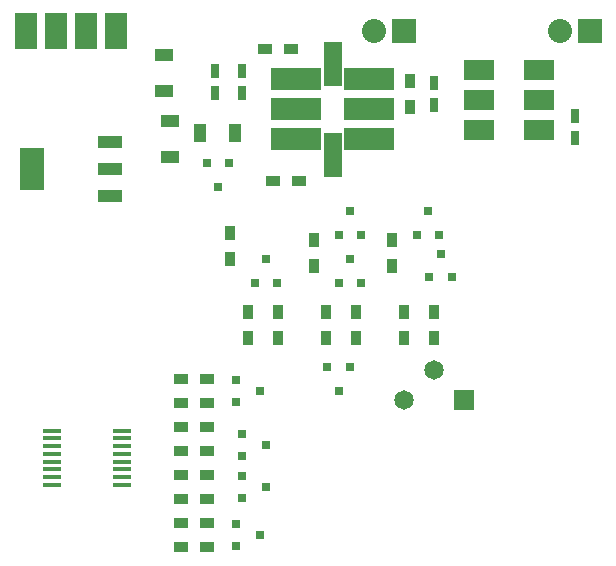
<source format=gbr>
G04 #@! TF.FileFunction,Soldermask,Bot*
%FSLAX46Y46*%
G04 Gerber Fmt 4.6, Leading zero omitted, Abs format (unit mm)*
G04 Created by KiCad (PCBNEW (2015-03-31 BZR 5561)-product) date Tue 28 Apr 2015 10:13:20 PM CDT*
%MOMM*%
G01*
G04 APERTURE LIST*
%ADD10C,0.100000*%
%ADD11C,1.651000*%
%ADD12R,1.651000X1.651000*%
%ADD13R,2.032000X3.657600*%
%ADD14R,2.032000X1.016000*%
%ADD15R,0.750000X1.200000*%
%ADD16R,2.540000X1.651000*%
%ADD17R,1.200000X0.900000*%
%ADD18R,0.900000X1.200000*%
%ADD19R,4.350000X1.900000*%
%ADD20R,1.500000X3.740000*%
%ADD21R,1.600000X1.000000*%
%ADD22R,1.000000X1.600000*%
%ADD23R,0.800100X0.800100*%
%ADD24R,1.500000X0.450000*%
%ADD25R,2.032000X2.032000*%
%ADD26O,2.032000X2.032000*%
%ADD27R,1.905000X3.048000*%
G04 APERTURE END LIST*
D10*
D11*
X107696000Y-134366000D03*
X110236000Y-131826000D03*
D12*
X112776000Y-134366000D03*
D13*
X76200000Y-114808000D03*
D14*
X82804000Y-114808000D03*
X82804000Y-117094000D03*
X82804000Y-112522000D03*
D15*
X91694000Y-108392000D03*
X91694000Y-106492000D03*
X93980000Y-108392000D03*
X93980000Y-106492000D03*
D16*
X119126000Y-106426000D03*
X119126000Y-108966000D03*
X119126000Y-111506000D03*
X114046000Y-111506000D03*
X114046000Y-108966000D03*
X114046000Y-106426000D03*
D15*
X110236000Y-107508000D03*
X110236000Y-109408000D03*
X122174000Y-112202000D03*
X122174000Y-110302000D03*
D17*
X98128000Y-104648000D03*
X95928000Y-104648000D03*
X98806000Y-115824000D03*
X96606000Y-115824000D03*
D18*
X108204000Y-109558000D03*
X108204000Y-107358000D03*
D19*
X98552000Y-112268000D03*
X98552000Y-109728000D03*
X98552000Y-107188000D03*
X104752000Y-107188000D03*
X104752000Y-109728000D03*
X104752000Y-112268000D03*
D20*
X101652000Y-113580500D03*
X101652000Y-105875500D03*
D21*
X87376000Y-108180000D03*
X87376000Y-105180000D03*
X87884000Y-113768000D03*
X87884000Y-110768000D03*
D22*
X93424000Y-111760000D03*
X90424000Y-111760000D03*
D23*
X101224000Y-131572000D03*
X103124000Y-131572000D03*
X102174000Y-133570980D03*
X93487240Y-134554000D03*
X93487240Y-132654000D03*
X95486220Y-133604000D03*
X94013020Y-139126000D03*
X94013020Y-137226000D03*
X96012000Y-138176000D03*
X94013020Y-142682000D03*
X94013020Y-140782000D03*
X96012000Y-141732000D03*
X93487240Y-146746000D03*
X93487240Y-144846000D03*
X95486220Y-145796000D03*
D18*
X101092000Y-129116000D03*
X101092000Y-126916000D03*
X94488000Y-129116000D03*
X94488000Y-126916000D03*
X103632000Y-126916000D03*
X103632000Y-129116000D03*
X97028000Y-126916000D03*
X97028000Y-129116000D03*
X100076000Y-120820000D03*
X100076000Y-123020000D03*
X92964000Y-120228000D03*
X92964000Y-122428000D03*
X107696000Y-129116000D03*
X107696000Y-126916000D03*
X110236000Y-126916000D03*
X110236000Y-129116000D03*
X106680000Y-120820000D03*
X106680000Y-123020000D03*
D17*
X91016000Y-132588000D03*
X88816000Y-132588000D03*
X91016000Y-134620000D03*
X88816000Y-134620000D03*
X91016000Y-136652000D03*
X88816000Y-136652000D03*
X91016000Y-138684000D03*
X88816000Y-138684000D03*
X91016000Y-140716000D03*
X88816000Y-140716000D03*
X91016000Y-142748000D03*
X88816000Y-142748000D03*
X91016000Y-144780000D03*
X88816000Y-144780000D03*
X91016000Y-146812000D03*
X88816000Y-146812000D03*
D24*
X83820000Y-136958000D03*
X83820000Y-137608000D03*
X83820000Y-138258000D03*
X83820000Y-138908000D03*
X83820000Y-139558000D03*
X83820000Y-140208000D03*
X83820000Y-140858000D03*
X83820000Y-141508000D03*
X77920000Y-141508000D03*
X77920000Y-140858000D03*
X77920000Y-140208000D03*
X77920000Y-139558000D03*
X77920000Y-138908000D03*
X77920000Y-138258000D03*
X77920000Y-137608000D03*
X77920000Y-136958000D03*
D23*
X104074000Y-124444760D03*
X102174000Y-124444760D03*
X103124000Y-122445780D03*
X96962000Y-124444760D03*
X95062000Y-124444760D03*
X96012000Y-122445780D03*
X104074000Y-120380760D03*
X102174000Y-120380760D03*
X103124000Y-118381780D03*
X111760000Y-123952000D03*
X109860000Y-123952000D03*
X110810000Y-121953020D03*
X110678000Y-120380760D03*
X108778000Y-120380760D03*
X109728000Y-118381780D03*
X90998000Y-114315240D03*
X92898000Y-114315240D03*
X91948000Y-116314220D03*
D25*
X107696000Y-103124000D03*
D26*
X105156000Y-103124000D03*
D25*
X123444000Y-103124000D03*
D26*
X120904000Y-103124000D03*
D27*
X80772000Y-103124000D03*
X78232000Y-103124000D03*
X75692000Y-103124000D03*
X83312000Y-103124000D03*
M02*

</source>
